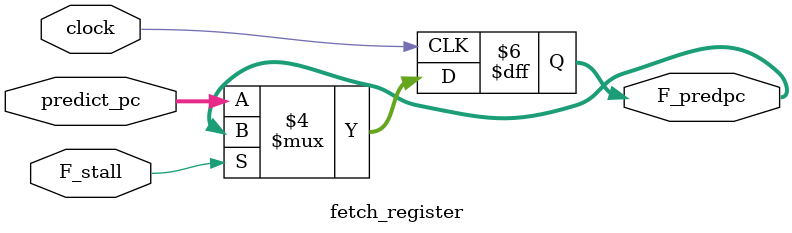
<source format=v>
module fetch_register(
    input clock,
    input [63:0] predict_pc,
    input F_stall,
    output reg [63:0] F_predpc
);

always@(posedge clock)
begin
    if(F_stall==0)
        F_predpc=predict_pc;
end

endmodule
</source>
